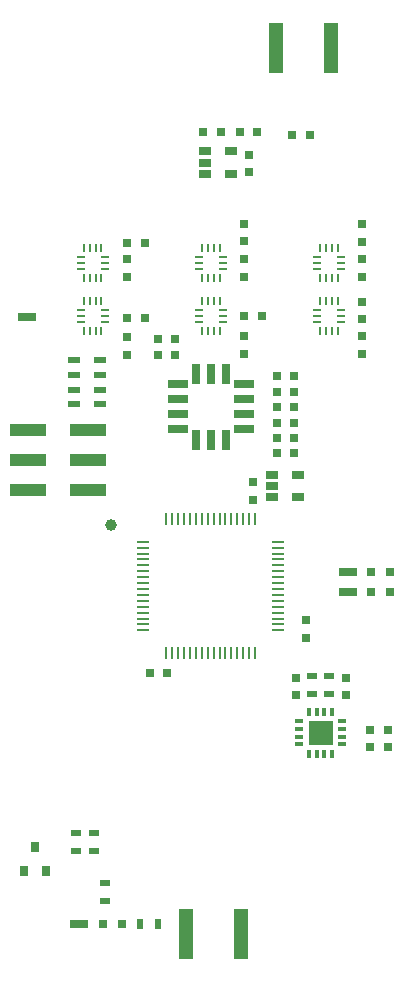
<source format=gbp>
G04 #@! TF.FileFunction,Paste,Bot*
%FSLAX46Y46*%
G04 Gerber Fmt 4.6, Leading zero omitted, Abs format (unit mm)*
G04 Created by KiCad (PCBNEW 4.0.7) date 03/10/18 18:51:25*
%MOMM*%
%LPD*%
G01*
G04 APERTURE LIST*
%ADD10C,0.100000*%
%ADD11R,0.250000X1.000000*%
%ADD12R,1.000000X0.250000*%
%ADD13R,0.750000X0.800000*%
%ADD14R,0.800000X0.750000*%
%ADD15R,0.800000X0.800000*%
%ADD16R,3.150000X1.000000*%
%ADD17R,1.270000X4.200000*%
%ADD18R,0.800000X0.900000*%
%ADD19R,0.900000X0.500000*%
%ADD20R,0.500000X0.900000*%
%ADD21R,1.600000X0.800000*%
%ADD22C,1.000000*%
%ADD23R,0.680000X1.800000*%
%ADD24R,1.800000X0.680000*%
%ADD25R,0.675000X0.250000*%
%ADD26R,0.250000X0.675000*%
%ADD27R,1.100000X0.600000*%
%ADD28R,1.060000X0.650000*%
%ADD29R,0.800000X0.400000*%
%ADD30R,0.400000X0.800000*%
%ADD31R,2.100000X2.100000*%
G04 APERTURE END LIST*
D10*
D11*
X58750000Y-83575000D03*
X58250000Y-83575000D03*
X57750000Y-83575000D03*
X57250000Y-83575000D03*
X56750000Y-83575000D03*
X56250000Y-83575000D03*
X55750000Y-83575000D03*
X55250000Y-83575000D03*
X54750000Y-83575000D03*
X54250000Y-83575000D03*
X53750000Y-83575000D03*
X53250000Y-83575000D03*
X52750000Y-83575000D03*
X52250000Y-83575000D03*
X51750000Y-83575000D03*
X51250000Y-83575000D03*
D12*
X49300000Y-81625000D03*
X49300000Y-81125000D03*
X49300000Y-80625000D03*
X49300000Y-80125000D03*
X49300000Y-79625000D03*
X49300000Y-79125000D03*
X49300000Y-78625000D03*
X49300000Y-78125000D03*
X49300000Y-77625000D03*
X49300000Y-77125000D03*
X49300000Y-76625000D03*
X49300000Y-76125000D03*
X49300000Y-75625000D03*
X49300000Y-75125000D03*
X49300000Y-74625000D03*
X49300000Y-74125000D03*
D11*
X51250000Y-72175000D03*
X51750000Y-72175000D03*
X52250000Y-72175000D03*
X52750000Y-72175000D03*
X53250000Y-72175000D03*
X53750000Y-72175000D03*
X54250000Y-72175000D03*
X54750000Y-72175000D03*
X55250000Y-72175000D03*
X55750000Y-72175000D03*
X56250000Y-72175000D03*
X56750000Y-72175000D03*
X57250000Y-72175000D03*
X57750000Y-72175000D03*
X58250000Y-72175000D03*
X58750000Y-72175000D03*
D12*
X60700000Y-74125000D03*
X60700000Y-74625000D03*
X60700000Y-75125000D03*
X60700000Y-75625000D03*
X60700000Y-76125000D03*
X60700000Y-76625000D03*
X60700000Y-77125000D03*
X60700000Y-77625000D03*
X60700000Y-78125000D03*
X60700000Y-78625000D03*
X60700000Y-79125000D03*
X60700000Y-79625000D03*
X60700000Y-80125000D03*
X60700000Y-80625000D03*
X60700000Y-81125000D03*
X60700000Y-81625000D03*
D13*
X58575000Y-69050000D03*
X58575000Y-70550000D03*
X63090000Y-80790000D03*
X63090000Y-82290000D03*
D14*
X49840000Y-85210000D03*
X51340000Y-85210000D03*
X49425000Y-55150000D03*
X47925000Y-55150000D03*
D13*
X47925000Y-50225000D03*
X47925000Y-51725000D03*
D14*
X62075000Y-62750000D03*
X60575000Y-62750000D03*
X49425000Y-48800000D03*
X47925000Y-48800000D03*
X59325000Y-55050000D03*
X57825000Y-55050000D03*
X62075000Y-64050000D03*
X60575000Y-64050000D03*
X62075000Y-61450000D03*
X60575000Y-61450000D03*
X62075000Y-60125000D03*
X60575000Y-60125000D03*
X50500000Y-57000000D03*
X52000000Y-57000000D03*
X50500000Y-58300000D03*
X52000000Y-58300000D03*
X62075000Y-66650000D03*
X60575000Y-66650000D03*
X62075000Y-65350000D03*
X60575000Y-65350000D03*
D13*
X57825000Y-48700000D03*
X57825000Y-47200000D03*
X67775000Y-55300000D03*
X67775000Y-53800000D03*
X57825000Y-56725000D03*
X57825000Y-58225000D03*
X67775000Y-56725000D03*
X67775000Y-58225000D03*
X57850000Y-50200000D03*
X57850000Y-51700000D03*
X67800000Y-50225000D03*
X67800000Y-51725000D03*
X47900000Y-56825000D03*
X47900000Y-58325000D03*
X67800000Y-48750000D03*
X67800000Y-47250000D03*
D14*
X61875000Y-39725000D03*
X63375000Y-39725000D03*
X55875000Y-39425000D03*
X54375000Y-39425000D03*
X58950000Y-39475000D03*
X57450000Y-39475000D03*
D13*
X58225000Y-41350000D03*
X58225000Y-42850000D03*
D15*
X45890000Y-106530000D03*
X47490000Y-106530000D03*
D16*
X39550000Y-69740000D03*
X39550000Y-67200000D03*
X39550000Y-64660000D03*
X44600000Y-69740000D03*
X44600000Y-67200000D03*
X44600000Y-64660000D03*
D17*
X65225000Y-32350000D03*
X60525000Y-32350000D03*
D18*
X41070000Y-101990000D03*
X39170000Y-101990000D03*
X40120000Y-99990000D03*
D19*
X46020000Y-103000000D03*
X46020000Y-104500000D03*
X43590000Y-100280000D03*
X43590000Y-98780000D03*
X45090000Y-100290000D03*
X45090000Y-98790000D03*
D20*
X49040000Y-106530000D03*
X50540000Y-106530000D03*
D21*
X43815000Y-106530000D03*
X39470000Y-55130000D03*
D22*
X46550000Y-72725000D03*
D23*
X53730000Y-65495000D03*
X55000000Y-65495000D03*
X56270000Y-65495000D03*
X53730000Y-59895000D03*
X55000000Y-59895000D03*
X56270000Y-59895000D03*
D24*
X52200000Y-62060000D03*
X52200000Y-63330000D03*
X52200000Y-64600000D03*
X52200000Y-60790000D03*
X57800000Y-64600000D03*
X57800000Y-63330000D03*
X57800000Y-62060000D03*
X57800000Y-60790000D03*
D25*
X53987500Y-50500000D03*
X53987500Y-50000000D03*
X53987500Y-51000000D03*
X56012500Y-50000000D03*
X56012500Y-50500000D03*
X56012500Y-51000000D03*
D26*
X54250000Y-49237500D03*
X54750000Y-49237500D03*
X55250000Y-49237500D03*
X55750000Y-49237500D03*
X55750000Y-51762500D03*
X55250000Y-51762500D03*
X54750000Y-51762500D03*
X54250000Y-51762500D03*
D25*
X43987500Y-50500000D03*
X43987500Y-50000000D03*
X43987500Y-51000000D03*
X46012500Y-50000000D03*
X46012500Y-50500000D03*
X46012500Y-51000000D03*
D26*
X44250000Y-49237500D03*
X44750000Y-49237500D03*
X45250000Y-49237500D03*
X45750000Y-49237500D03*
X45750000Y-51762500D03*
X45250000Y-51762500D03*
X44750000Y-51762500D03*
X44250000Y-51762500D03*
D25*
X63987500Y-50500000D03*
X63987500Y-50000000D03*
X63987500Y-51000000D03*
X66012500Y-50000000D03*
X66012500Y-50500000D03*
X66012500Y-51000000D03*
D26*
X64250000Y-49237500D03*
X64750000Y-49237500D03*
X65250000Y-49237500D03*
X65750000Y-49237500D03*
X65750000Y-51762500D03*
X65250000Y-51762500D03*
X64750000Y-51762500D03*
X64250000Y-51762500D03*
D25*
X43987500Y-55000000D03*
X43987500Y-54500000D03*
X43987500Y-55500000D03*
X46012500Y-54500000D03*
X46012500Y-55000000D03*
X46012500Y-55500000D03*
D26*
X44250000Y-53737500D03*
X44750000Y-53737500D03*
X45250000Y-53737500D03*
X45750000Y-53737500D03*
X45750000Y-56262500D03*
X45250000Y-56262500D03*
X44750000Y-56262500D03*
X44250000Y-56262500D03*
D25*
X63987500Y-55000000D03*
X63987500Y-54500000D03*
X63987500Y-55500000D03*
X66012500Y-54500000D03*
X66012500Y-55000000D03*
X66012500Y-55500000D03*
D26*
X64250000Y-53737500D03*
X64750000Y-53737500D03*
X65250000Y-53737500D03*
X65750000Y-53737500D03*
X65750000Y-56262500D03*
X65250000Y-56262500D03*
X64750000Y-56262500D03*
X64250000Y-56262500D03*
D25*
X53987500Y-55000000D03*
X53987500Y-54500000D03*
X53987500Y-55500000D03*
X56012500Y-54500000D03*
X56012500Y-55000000D03*
X56012500Y-55500000D03*
D26*
X54250000Y-53737500D03*
X54750000Y-53737500D03*
X55250000Y-53737500D03*
X55750000Y-53737500D03*
X55750000Y-56262500D03*
X55250000Y-56262500D03*
X54750000Y-56262500D03*
X54250000Y-56262500D03*
D27*
X43450000Y-62500000D03*
X43450000Y-61250000D03*
X43450000Y-60000000D03*
X43450000Y-58750000D03*
X45650000Y-58750000D03*
X45650000Y-60000000D03*
X45650000Y-61250000D03*
X45650000Y-62500000D03*
D28*
X54525000Y-42975000D03*
X54525000Y-42025000D03*
X54525000Y-41075000D03*
X56725000Y-41075000D03*
X56725000Y-42975000D03*
X60200000Y-70350000D03*
X60200000Y-69400000D03*
X60200000Y-68450000D03*
X62400000Y-68450000D03*
X62400000Y-70350000D03*
D13*
X62200000Y-87130000D03*
X62200000Y-85630000D03*
X66425000Y-87130000D03*
X66425000Y-85630000D03*
D14*
X69975000Y-90055000D03*
X68475000Y-90055000D03*
D19*
X63600000Y-86980000D03*
X63600000Y-85480000D03*
X65050000Y-86980000D03*
X65050000Y-85480000D03*
D29*
X62500000Y-89980000D03*
X62500000Y-90630000D03*
X62500000Y-91280000D03*
X62500000Y-89330000D03*
D30*
X63975000Y-92105000D03*
X64625000Y-92105000D03*
X63325000Y-92105000D03*
X65275000Y-92105000D03*
X63325000Y-88505000D03*
X63975000Y-88505000D03*
X64625000Y-88505000D03*
X65275000Y-88505000D03*
D29*
X66100000Y-91280000D03*
X66100000Y-90630000D03*
X66100000Y-89980000D03*
X66100000Y-89330000D03*
D31*
X64300000Y-90305000D03*
D17*
X57590000Y-107320000D03*
X52890000Y-107320000D03*
D15*
X68560000Y-78380000D03*
X70160000Y-78380000D03*
X68540000Y-76710000D03*
X70140000Y-76710000D03*
D21*
X66620000Y-78390000D03*
X66610000Y-76720000D03*
D14*
X69980000Y-91470000D03*
X68480000Y-91470000D03*
M02*

</source>
